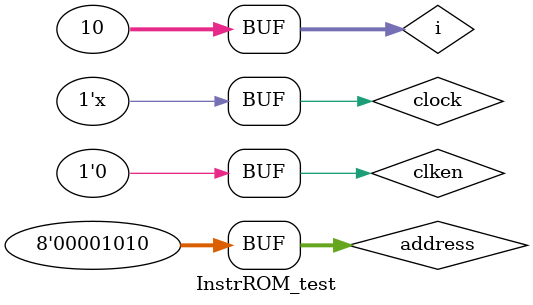
<source format=v>
`timescale 10 ns / 1 ns

module InstrROM_test;
   reg [7:0] address;
	reg clock, clken;
	wire [31:0] q;
	integer i;
	
	comROM instr(q, clock, clken, address);
	
	always #10
	   clock = ~clock;
		
	initial begin
	   clock = 0;
		clken = 1;
		address = 0;
		for (i = 0; i < 10; i = i + 1) begin
		   #20 address = address + 1;
		end
		#20 clken = 0;
		address = 0;
		for (i = 0; i < 10; i = i + 1) begin
		   #20 address = address + 1;
		end
		#40;
	end
endmodule

</source>
